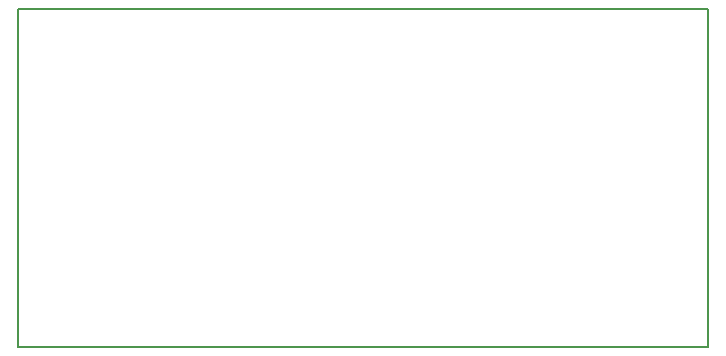
<source format=gbr>
G04 #@! TF.GenerationSoftware,KiCad,Pcbnew,(5.0.1)-4*
G04 #@! TF.CreationDate,2019-01-08T00:24:24+01:00*
G04 #@! TF.ProjectId,1U ADSR,315520414453522E6B696361645F7063,rev?*
G04 #@! TF.SameCoordinates,Original*
G04 #@! TF.FileFunction,Profile,NP*
%FSLAX46Y46*%
G04 Gerber Fmt 4.6, Leading zero omitted, Abs format (unit mm)*
G04 Created by KiCad (PCBNEW (5.0.1)-4) date 01/08/19 00:24:24*
%MOMM*%
%LPD*%
G01*
G04 APERTURE LIST*
%ADD10C,0.150000*%
G04 APERTURE END LIST*
D10*
X24130000Y-60325000D02*
X24130000Y-31750000D01*
X82550000Y-60325000D02*
X24130000Y-60325000D01*
X82550000Y-31750000D02*
X82550000Y-60325000D01*
X24130000Y-31750000D02*
X82550000Y-31750000D01*
M02*

</source>
